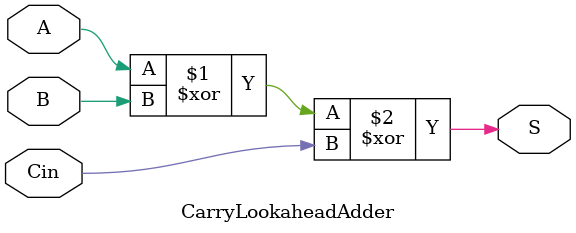
<source format=v>
module CarryLookaheadAdder(A, B, Cin, S);
	input A, B, Cin;
	output S;
	
	assign S = A^B^Cin;
endmodule 
</source>
